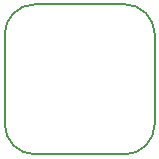
<source format=gko>
G04 #@! TF.FileFunction,Profile,NP*
%FSLAX46Y46*%
G04 Gerber Fmt 4.6, Leading zero omitted, Abs format (unit mm)*
G04 Created by KiCad (PCBNEW 4.0.7) date 04/11/19 21:30:31*
%MOMM*%
%LPD*%
G01*
G04 APERTURE LIST*
%ADD10C,0.100000*%
%ADD11C,0.150000*%
G04 APERTURE END LIST*
D10*
D11*
X151130000Y-113030000D02*
X143510000Y-113030000D01*
X143510000Y-100330000D02*
X151130000Y-100330000D01*
X140970000Y-110490000D02*
X140970000Y-102870000D01*
X153670000Y-102870000D02*
X153670000Y-110490000D01*
X143510000Y-100330000D02*
G75*
G03X140970000Y-102870000I0J-2540000D01*
G01*
X140970000Y-110490000D02*
G75*
G03X143510000Y-113030000I2540000J0D01*
G01*
X151130000Y-113030000D02*
G75*
G03X153670000Y-110490000I0J2540000D01*
G01*
X153670000Y-102870000D02*
G75*
G03X151130000Y-100330000I-2540000J0D01*
G01*
M02*

</source>
